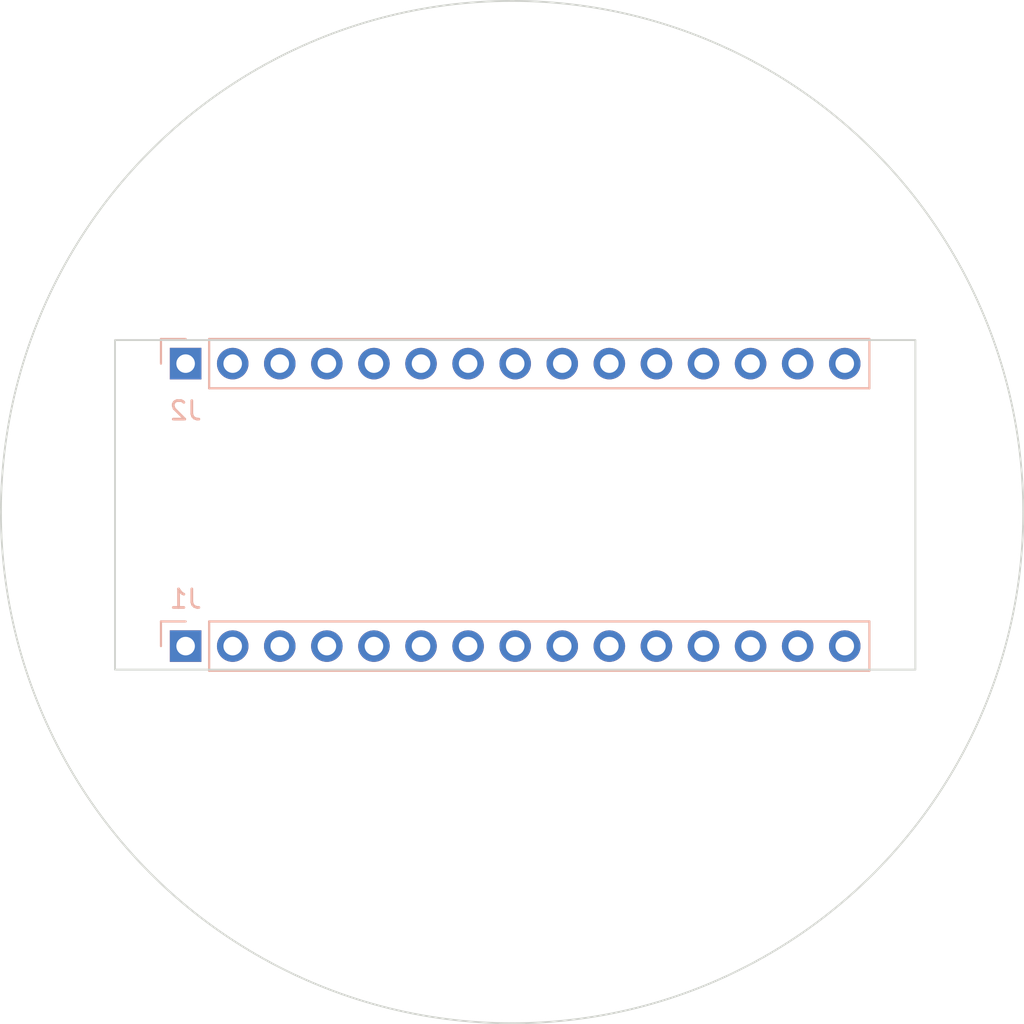
<source format=kicad_pcb>
(kicad_pcb (version 20240108) (generator "pcbnew") (generator_version "8.0")
  (title_block (date "sam. 04 avril 2015"))
  (layers (0 "F.Cu" signal) (31 "B.Cu" signal) (34 "B.Paste" user) (35 "F.Paste" user) (36 "B.SilkS" user "B.Silkscreen") (37 "F.SilkS" user "F.Silkscreen") (38 "B.Mask" user) (39 "F.Mask" user) (44 "Edge.Cuts" user))
  (net 0 "")
  (net 1 "GND")
  (net 2 "/~{RESET}")
  (net 3 "VCC")
  (net 4 "/*D9")
  (net 5 "/D8")
  (net 6 "/D7")
  (net 7 "/*D6")
  (net 8 "/*D5")
  (net 9 "/D4")
  (net 10 "+5V")
  (net 11 "/A3")
  (net 12 "/A2")
  (net 13 "/A1")
  (net 14 "/A0")
  (net 15 "/AREF")
  (net 16 "/D0{slash}RX")
  (net 17 "/D1{slash}TX")
  (net 18 "+3V3")
  (net 19 "/A7")
  (net 20 "/A6")
  (net 21 "/A5{slash}SCL")
  (net 22 "/A4{slash}SDA")
  (net 23 "/D13{slash}SCK")
  (net 24 "/D2")
  (net 25 "/*D3")
  (net 26 "/*D10{slash}SS")
  (net 27 "/*D11{slash}MOSI")
  (net 28 "/D12{slash}MISO")
  (footprint "Arduino_MountingHole:MountingHole_65mil" (layer "F.Cu") (at 101.27 83.49)
    (property "Reference" "MH2" (hide yes))
    (property "Value" "MountingHole_65mil" (hide yes))
    (pad "" np_thru_hole circle (at 0 0) (size 1.651 1.651) (drill 1.651) (layers "F&B.Cu" "*.Mask"))
  )
  (footprint "Arduino_MountingHole:MountingHole_65mil" (layer "F.Cu") (at 141.91 98.73)
    (property "Reference" "MH4" (hide yes))
    (property "Value" "MountingHole_65mil" (hide yes))
    (pad "" np_thru_hole circle (at 0 0) (size 1.651 1.651) (drill 1.651) (layers "F&B.Cu" "*.Mask"))
  )
  (footprint "Arduino_MountingHole:MountingHole_65mil" (layer "F.Cu") (at 101.27 98.73)
    (property "Reference" "MH1" (hide yes))
    (property "Value" "MountingHole_65mil" (hide yes))
    (pad "" np_thru_hole circle (at 0 0) (size 1.651 1.651) (drill 1.651) (layers "F&B.Cu" "*.Mask"))
  )
  (footprint "Arduino_MountingHole:MountingHole_65mil" (layer "F.Cu") (at 141.91 83.49)
    (property "Reference" "MH3" (hide yes))
    (property "Value" "MountingHole_65mil" (hide yes))
    (pad "" np_thru_hole circle (at 0 0) (size 1.651 1.651) (drill 1.651) (layers "F&B.Cu" "*.Mask"))
  )
  (footprint "Connector_PinHeader_2.54mm:PinHeader_1x15_P2.54mm_Vertical" (layer "B.Cu") (at 103.81 98.73 -90)
    (property "Reference" "J1" (at -2.54 0 180) (layer "B.SilkS") (effects (justify mirror)))
    (property "Value" "Analog")
    (fp_line (start -1.33 1.33) (end 0 1.33) (stroke (width 0.12)) (layer "B.SilkS"))
    (fp_line (start -1.33 0) (end -1.33 1.33) (stroke (width 0.12)) (layer "B.SilkS"))
    (fp_line (start -1.33 -1.27) (end 1.33 -1.27) (stroke (width 0.12)) (layer "B.SilkS"))
    (fp_line (start -1.33 -1.27) (end -1.33 -36.89) (stroke (width 0.12)) (layer "B.SilkS"))
    (fp_line (start 1.33 -1.27) (end 1.33 -36.89) (stroke (width 0.12)) (layer "B.SilkS"))
    (fp_line (start -1.33 -36.89) (end 1.33 -36.89) (stroke (width 0.12)) (layer "B.SilkS"))
    (pad "1" thru_hole rect (at 0 0 270) (size 1.7 1.7) (drill 1) (layers "*.Cu" "*.Mask") (net 23 "/D13{slash}SCK"))
    (pad "2" thru_hole oval (at 0 -2.54 270) (size 1.7 1.7) (drill 1) (layers "*.Cu" "*.Mask") (net 18 "+3V3"))
    (pad "3" thru_hole oval (at 0 -5.08 270) (size 1.7 1.7) (drill 1) (layers "*.Cu" "*.Mask") (net 15 "/AREF"))
    (pad "4" thru_hole oval (at 0 -7.62 270) (size 1.7 1.7) (drill 1) (layers "*.Cu" "*.Mask") (net 14 "/A0"))
    (pad "5" thru_hole oval (at 0 -10.16 270) (size 1.7 1.7) (drill 1) (layers "*.Cu" "*.Mask") (net 13 "/A1"))
    (pad "6" thru_hole oval (at 0 -12.7 270) (size 1.7 1.7) (drill 1) (layers "*.Cu" "*.Mask") (net 12 "/A2"))
    (pad "7" thru_hole oval (at 0 -15.24 270) (size 1.7 1.7) (drill 1) (layers "*.Cu" "*.Mask") (net 11 "/A3"))
    (pad "8" thru_hole oval (at 0 -17.78 270) (size 1.7 1.7) (drill 1) (layers "*.Cu" "*.Mask") (net 22 "/A4{slash}SDA"))
    (pad "9" thru_hole oval (at 0 -20.32 270) (size 1.7 1.7) (drill 1) (layers "*.Cu" "*.Mask") (net 21 "/A5{slash}SCL"))
    (pad "10" thru_hole oval (at 0 -22.86 270) (size 1.7 1.7) (drill 1) (layers "*.Cu" "*.Mask") (net 20 "/A6"))
    (pad "11" thru_hole oval (at 0 -25.4 270) (size 1.7 1.7) (drill 1) (layers "*.Cu" "*.Mask") (net 19 "/A7"))
    (pad "12" thru_hole oval (at 0 -27.94 270) (size 1.7 1.7) (drill 1) (layers "*.Cu" "*.Mask") (net 10 "+5V"))
    (pad "13" thru_hole oval (at 0 -30.48 270) (size 1.7 1.7) (drill 1) (layers "*.Cu" "*.Mask") (net 2 "/~{RESET}"))
    (pad "14" thru_hole oval (at 0 -33.02 270) (size 1.7 1.7) (drill 1) (layers "*.Cu" "*.Mask") (net 1 "GND"))
    (pad "15" thru_hole oval (at 0 -35.56 270) (size 1.7 1.7) (drill 1) (layers "*.Cu" "*.Mask") (net 3 "VCC"))
  )
  (footprint "Connector_PinHeader_2.54mm:PinHeader_1x15_P2.54mm_Vertical" (layer "B.Cu") (at 103.81 83.49 -90)
    (property "Reference" "J2" (at 2.54 0 180) (layer "B.SilkS") (effects (justify mirror)))
    (property "Value" "Digital")
    (fp_line (start -1.33 1.33) (end 0 1.33) (stroke (width 0.12)) (layer "B.SilkS"))
    (fp_line (start -1.33 0) (end -1.33 1.33) (stroke (width 0.12)) (layer "B.SilkS"))
    (fp_line (start -1.33 -1.27) (end 1.33 -1.27) (stroke (width 0.12)) (layer "B.SilkS"))
    (fp_line (start -1.33 -1.27) (end -1.33 -36.89) (stroke (width 0.12)) (layer "B.SilkS"))
    (fp_line (start 1.33 -1.27) (end 1.33 -36.89) (stroke (width 0.12)) (layer "B.SilkS"))
    (fp_line (start -1.33 -36.89) (end 1.33 -36.89) (stroke (width 0.12)) (layer "B.SilkS"))
    (pad "1" thru_hole rect (at 0 0 270) (size 1.7 1.7) (drill 1) (layers "*.Cu" "*.Mask") (net 28 "/D12{slash}MISO"))
    (pad "2" thru_hole oval (at 0 -2.54 270) (size 1.7 1.7) (drill 1) (layers "*.Cu" "*.Mask") (net 27 "/*D11{slash}MOSI"))
    (pad "3" thru_hole oval (at 0 -5.08 270) (size 1.7 1.7) (drill 1) (layers "*.Cu" "*.Mask") (net 26 "/*D10{slash}SS"))
    (pad "4" thru_hole oval (at 0 -7.62 270) (size 1.7 1.7) (drill 1) (layers "*.Cu" "*.Mask") (net 4 "/*D9"))
    (pad "5" thru_hole oval (at 0 -10.16 270) (size 1.7 1.7) (drill 1) (layers "*.Cu" "*.Mask") (net 5 "/D8"))
    (pad "6" thru_hole oval (at 0 -12.7 270) (size 1.7 1.7) (drill 1) (layers "*.Cu" "*.Mask") (net 6 "/D7"))
    (pad "7" thru_hole oval (at 0 -15.24 270) (size 1.7 1.7) (drill 1) (layers "*.Cu" "*.Mask") (net 7 "/*D6"))
    (pad "8" thru_hole oval (at 0 -17.78 270) (size 1.7 1.7) (drill 1) (layers "*.Cu" "*.Mask") (net 8 "/*D5"))
    (pad "9" thru_hole oval (at 0 -20.32 270) (size 1.7 1.7) (drill 1) (layers "*.Cu" "*.Mask") (net 9 "/D4"))
    (pad "10" thru_hole oval (at 0 -22.86 270) (size 1.7 1.7) (drill 1) (layers "*.Cu" "*.Mask") (net 25 "/*D3"))
    (pad "11" thru_hole oval (at 0 -25.4 270) (size 1.7 1.7) (drill 1) (layers "*.Cu" "*.Mask") (net 24 "/D2"))
    (pad "12" thru_hole oval (at 0 -27.94 270) (size 1.7 1.7) (drill 1) (layers "*.Cu" "*.Mask") (net 1 "GND"))
    (pad "13" thru_hole oval (at 0 -30.48 270) (size 1.7 1.7) (drill 1) (layers "*.Cu" "*.Mask") (net 2 "/~{RESET}"))
    (pad "14" thru_hole oval (at 0 -33.02 270) (size 1.7 1.7) (drill 1) (layers "*.Cu" "*.Mask") (net 16 "/D0{slash}RX"))
    (pad "15" thru_hole oval (at 0 -35.56 270) (size 1.7 1.7) (drill 1) (layers "*.Cu" "*.Mask") (net 17 "/D1{slash}TX"))
  )
  (gr_circle (center 121.422836 91.5) (end 140.922836 111) (stroke (width 0.1)) (fill none) (layer "Edge.Cuts"))
  (gr_rect (start 100 82.22) (end 143.18 100) (stroke (width 0.1)) (fill none) (layer "Edge.Cuts"))
)
</source>
